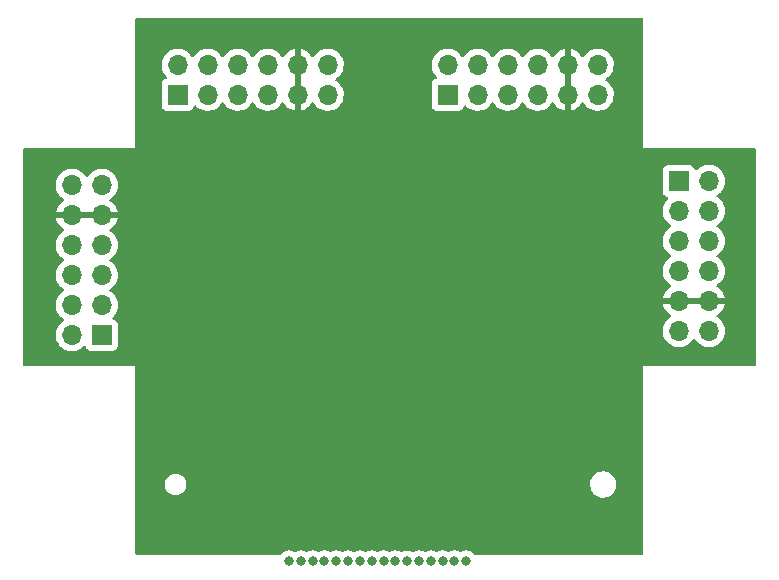
<source format=gbr>
G04 #@! TF.GenerationSoftware,KiCad,Pcbnew,6.0.7-1.fc35*
G04 #@! TF.CreationDate,2022-09-05T19:11:37-05:00*
G04 #@! TF.ProjectId,pmod-adapter,706d6f64-2d61-4646-9170-7465722e6b69,rev?*
G04 #@! TF.SameCoordinates,Original*
G04 #@! TF.FileFunction,Copper,L3,Inr*
G04 #@! TF.FilePolarity,Positive*
%FSLAX46Y46*%
G04 Gerber Fmt 4.6, Leading zero omitted, Abs format (unit mm)*
G04 Created by KiCad (PCBNEW 6.0.7-1.fc35) date 2022-09-05 19:11:37*
%MOMM*%
%LPD*%
G01*
G04 APERTURE LIST*
G04 #@! TA.AperFunction,ComponentPad*
%ADD10R,1.700000X1.700000*%
G04 #@! TD*
G04 #@! TA.AperFunction,ComponentPad*
%ADD11O,1.700000X1.700000*%
G04 #@! TD*
G04 #@! TA.AperFunction,ViaPad*
%ADD12C,0.800000*%
G04 #@! TD*
G04 APERTURE END LIST*
D10*
G04 #@! TO.N,/PIN_N19 N*
G04 #@! TO.C,J1*
X147000000Y-70300000D03*
D11*
G04 #@! TO.N,/PIN_N19 P*
X147000000Y-72840000D03*
G04 #@! TO.N,/PIN_L22 N*
X147000000Y-75380000D03*
G04 #@! TO.N,/PIN_L22 P*
X147000000Y-77920000D03*
G04 #@! TO.N,GND*
X147000000Y-80460000D03*
G04 #@! TO.N,+3.3V*
X147000000Y-83000000D03*
G04 #@! TO.N,/PIN_J24 N*
X149540000Y-70300000D03*
G04 #@! TO.N,/PIN_J24 P*
X149540000Y-72840000D03*
G04 #@! TO.N,/PIN_M24 N*
X149540000Y-75380000D03*
G04 #@! TO.N,/PIN_M24 P*
X149540000Y-77920000D03*
G04 #@! TO.N,GND*
X149540000Y-80460000D03*
G04 #@! TO.N,+3.3V*
X149540000Y-83000000D03*
G04 #@! TD*
D10*
G04 #@! TO.N,/PIN_J26 N*
G04 #@! TO.C,J2*
X127430000Y-63000000D03*
D11*
G04 #@! TO.N,/PIN_J26 P*
X129970000Y-63000000D03*
G04 #@! TO.N,/PIN_J21 N*
X132510000Y-63000000D03*
G04 #@! TO.N,/PIN_J21 P*
X135050000Y-63000000D03*
G04 #@! TO.N,GND*
X137590000Y-63000000D03*
G04 #@! TO.N,+3.3V*
X140130000Y-63000000D03*
G04 #@! TO.N,/PIN_E21 N*
X127430000Y-60460000D03*
G04 #@! TO.N,/PIN_E21 P*
X129970000Y-60460000D03*
G04 #@! TO.N,/PIN_H21 N*
X132510000Y-60460000D03*
G04 #@! TO.N,/PIN_H21 P*
X135050000Y-60460000D03*
G04 #@! TO.N,GND*
X137590000Y-60460000D03*
G04 #@! TO.N,+3.3V*
X140130000Y-60460000D03*
G04 #@! TD*
D10*
G04 #@! TO.N,/PIN_F25 N*
G04 #@! TO.C,J3*
X104570000Y-63000000D03*
D11*
G04 #@! TO.N,/PIN_F25 P*
X107110000Y-63000000D03*
G04 #@! TO.N,/PIN_G25 N*
X109650000Y-63000000D03*
G04 #@! TO.N,/PIN_G25 P*
X112190000Y-63000000D03*
G04 #@! TO.N,GND*
X114730000Y-63000000D03*
G04 #@! TO.N,+3.3V*
X117270000Y-63000000D03*
G04 #@! TO.N,/PIN_E25 N*
X104570000Y-60460000D03*
G04 #@! TO.N,/PIN_E25 P*
X107110000Y-60460000D03*
G04 #@! TO.N,/PIN_G22 N*
X109650000Y-60460000D03*
G04 #@! TO.N,/PIN_G22 P*
X112190000Y-60460000D03*
G04 #@! TO.N,GND*
X114730000Y-60460000D03*
G04 #@! TO.N,+3.3V*
X117270000Y-60460000D03*
G04 #@! TD*
D10*
G04 #@! TO.N,/PIN_A23 N*
G04 #@! TO.C,J4*
X98150000Y-83350000D03*
D11*
G04 #@! TO.N,/PIN_A23 P*
X98150000Y-80810000D03*
G04 #@! TO.N,/PIN_D26 N*
X98150000Y-78270000D03*
G04 #@! TO.N,/PIN_D26 P*
X98150000Y-75730000D03*
G04 #@! TO.N,GND*
X98150000Y-73190000D03*
G04 #@! TO.N,+3.3V*
X98150000Y-70650000D03*
G04 #@! TO.N,/PIN_F22 N*
X95610000Y-83350000D03*
G04 #@! TO.N,/PIN_F22 P*
X95610000Y-80810000D03*
G04 #@! TO.N,/PIN_D23 N*
X95610000Y-78270000D03*
G04 #@! TO.N,/PIN_D23 P*
X95610000Y-75730000D03*
G04 #@! TO.N,GND*
X95610000Y-73190000D03*
G04 #@! TO.N,+3.3V*
X95610000Y-70650000D03*
G04 #@! TD*
D12*
G04 #@! TO.N,GND*
X137500000Y-89000000D03*
X100126928Y-79472519D03*
X136500000Y-89000000D03*
X135500000Y-91000000D03*
X129300000Y-95700000D03*
X125300000Y-95800000D03*
X135500000Y-89000000D03*
X104500000Y-94000000D03*
X138500000Y-89000000D03*
X121300000Y-95800000D03*
X109300000Y-95800000D03*
X108500000Y-65000000D03*
X106900000Y-95900000D03*
X116924500Y-96276944D03*
X131000000Y-65000000D03*
X135500000Y-90000000D03*
X144750000Y-74000000D03*
X112960806Y-95664694D03*
X104500000Y-98000000D03*
G04 #@! TO.N,Net-(J5-Pad61)*
X114000000Y-102500000D03*
G04 #@! TO.N,Net-(J5-Pad59)*
X115000000Y-102500000D03*
G04 #@! TO.N,Net-(J5-Pad57)*
X116000000Y-102500000D03*
G04 #@! TO.N,Net-(J5-Pad55)*
X117000000Y-102500000D03*
G04 #@! TO.N,Net-(J5-Pad51)*
X118000000Y-102500000D03*
G04 #@! TO.N,Net-(J5-Pad49)*
X119000000Y-102500000D03*
G04 #@! TO.N,Net-(J5-Pad47)*
X120000000Y-102500000D03*
G04 #@! TO.N,Net-(J5-Pad45)*
X121000000Y-102500000D03*
G04 #@! TO.N,Net-(J5-Pad41)*
X122000000Y-102500000D03*
G04 #@! TO.N,Net-(J5-Pad39)*
X123000000Y-102500000D03*
G04 #@! TO.N,Net-(J5-Pad37)*
X123999317Y-102519245D03*
G04 #@! TO.N,Net-(J5-Pad35)*
X124998289Y-102486691D03*
G04 #@! TO.N,Net-(J5-Pad31)*
X126000000Y-102500000D03*
G04 #@! TO.N,Net-(J5-Pad29)*
X127000000Y-102500000D03*
G04 #@! TO.N,Net-(J5-Pad27)*
X128000000Y-102500000D03*
G04 #@! TO.N,Net-(J5-Pad25)*
X129000000Y-102500000D03*
G04 #@! TD*
G04 #@! TA.AperFunction,Conductor*
G04 #@! TO.N,GND*
G36*
X143942121Y-56520002D02*
G01*
X143988614Y-56573658D01*
X144000000Y-56626000D01*
X144000000Y-67500000D01*
X153374000Y-67500000D01*
X153442121Y-67520002D01*
X153488614Y-67573658D01*
X153500000Y-67626000D01*
X153500000Y-85874000D01*
X153479998Y-85942121D01*
X153426342Y-85988614D01*
X153374000Y-86000000D01*
X144000000Y-86000000D01*
X144000000Y-101874000D01*
X143979998Y-101942121D01*
X143926342Y-101988614D01*
X143874000Y-102000000D01*
X129828403Y-102000000D01*
X129760282Y-101979998D01*
X129734770Y-101958313D01*
X129611253Y-101821134D01*
X129503571Y-101742898D01*
X129462094Y-101712763D01*
X129462093Y-101712762D01*
X129456752Y-101708882D01*
X129450724Y-101706198D01*
X129450722Y-101706197D01*
X129288319Y-101633891D01*
X129288318Y-101633891D01*
X129282288Y-101631206D01*
X129186027Y-101610745D01*
X129101944Y-101592872D01*
X129101939Y-101592872D01*
X129095487Y-101591500D01*
X128904513Y-101591500D01*
X128898061Y-101592872D01*
X128898056Y-101592872D01*
X128813973Y-101610745D01*
X128717712Y-101631206D01*
X128551248Y-101705320D01*
X128480882Y-101714754D01*
X128448753Y-101705320D01*
X128282288Y-101631206D01*
X128186027Y-101610745D01*
X128101944Y-101592872D01*
X128101939Y-101592872D01*
X128095487Y-101591500D01*
X127904513Y-101591500D01*
X127898061Y-101592872D01*
X127898056Y-101592872D01*
X127813973Y-101610745D01*
X127717712Y-101631206D01*
X127551248Y-101705320D01*
X127480882Y-101714754D01*
X127448753Y-101705320D01*
X127282288Y-101631206D01*
X127186027Y-101610745D01*
X127101944Y-101592872D01*
X127101939Y-101592872D01*
X127095487Y-101591500D01*
X126904513Y-101591500D01*
X126898061Y-101592872D01*
X126898056Y-101592872D01*
X126813973Y-101610745D01*
X126717712Y-101631206D01*
X126551248Y-101705320D01*
X126480882Y-101714754D01*
X126448753Y-101705320D01*
X126282288Y-101631206D01*
X126186027Y-101610745D01*
X126101944Y-101592872D01*
X126101939Y-101592872D01*
X126095487Y-101591500D01*
X125904513Y-101591500D01*
X125898061Y-101592872D01*
X125898056Y-101592872D01*
X125813973Y-101610745D01*
X125717712Y-101631206D01*
X125579172Y-101692888D01*
X125564332Y-101699495D01*
X125493965Y-101708929D01*
X125455165Y-101695293D01*
X125455041Y-101695573D01*
X125409615Y-101675348D01*
X125286608Y-101620582D01*
X125286607Y-101620582D01*
X125280577Y-101617897D01*
X125187176Y-101598044D01*
X125100233Y-101579563D01*
X125100228Y-101579563D01*
X125093776Y-101578191D01*
X124902802Y-101578191D01*
X124896350Y-101579563D01*
X124896345Y-101579563D01*
X124809402Y-101598044D01*
X124716001Y-101617897D01*
X124709971Y-101620582D01*
X124709970Y-101620582D01*
X124547567Y-101692888D01*
X124547565Y-101692889D01*
X124541537Y-101695573D01*
X124536196Y-101699454D01*
X124530478Y-101702755D01*
X124529173Y-101700496D01*
X124473305Y-101720449D01*
X124414825Y-101709764D01*
X124281605Y-101650451D01*
X124184610Y-101629834D01*
X124101261Y-101612117D01*
X124101256Y-101612117D01*
X124094804Y-101610745D01*
X123903830Y-101610745D01*
X123897378Y-101612117D01*
X123897373Y-101612117D01*
X123814024Y-101629834D01*
X123717029Y-101650451D01*
X123572602Y-101714754D01*
X123570805Y-101715554D01*
X123500438Y-101724988D01*
X123458756Y-101710338D01*
X123456752Y-101708882D01*
X123450724Y-101706198D01*
X123450722Y-101706197D01*
X123288319Y-101633891D01*
X123288318Y-101633891D01*
X123282288Y-101631206D01*
X123186027Y-101610745D01*
X123101944Y-101592872D01*
X123101939Y-101592872D01*
X123095487Y-101591500D01*
X122904513Y-101591500D01*
X122898061Y-101592872D01*
X122898056Y-101592872D01*
X122813973Y-101610745D01*
X122717712Y-101631206D01*
X122551248Y-101705320D01*
X122480882Y-101714754D01*
X122448753Y-101705320D01*
X122282288Y-101631206D01*
X122186027Y-101610745D01*
X122101944Y-101592872D01*
X122101939Y-101592872D01*
X122095487Y-101591500D01*
X121904513Y-101591500D01*
X121898061Y-101592872D01*
X121898056Y-101592872D01*
X121813973Y-101610745D01*
X121717712Y-101631206D01*
X121551248Y-101705320D01*
X121480882Y-101714754D01*
X121448753Y-101705320D01*
X121282288Y-101631206D01*
X121186027Y-101610745D01*
X121101944Y-101592872D01*
X121101939Y-101592872D01*
X121095487Y-101591500D01*
X120904513Y-101591500D01*
X120898061Y-101592872D01*
X120898056Y-101592872D01*
X120813973Y-101610745D01*
X120717712Y-101631206D01*
X120551248Y-101705320D01*
X120480882Y-101714754D01*
X120448753Y-101705320D01*
X120282288Y-101631206D01*
X120186027Y-101610745D01*
X120101944Y-101592872D01*
X120101939Y-101592872D01*
X120095487Y-101591500D01*
X119904513Y-101591500D01*
X119898061Y-101592872D01*
X119898056Y-101592872D01*
X119813973Y-101610745D01*
X119717712Y-101631206D01*
X119551248Y-101705320D01*
X119480882Y-101714754D01*
X119448753Y-101705320D01*
X119282288Y-101631206D01*
X119186027Y-101610745D01*
X119101944Y-101592872D01*
X119101939Y-101592872D01*
X119095487Y-101591500D01*
X118904513Y-101591500D01*
X118898061Y-101592872D01*
X118898056Y-101592872D01*
X118813973Y-101610745D01*
X118717712Y-101631206D01*
X118551248Y-101705320D01*
X118480882Y-101714754D01*
X118448753Y-101705320D01*
X118282288Y-101631206D01*
X118186027Y-101610745D01*
X118101944Y-101592872D01*
X118101939Y-101592872D01*
X118095487Y-101591500D01*
X117904513Y-101591500D01*
X117898061Y-101592872D01*
X117898056Y-101592872D01*
X117813973Y-101610745D01*
X117717712Y-101631206D01*
X117551248Y-101705320D01*
X117480882Y-101714754D01*
X117448753Y-101705320D01*
X117282288Y-101631206D01*
X117186027Y-101610745D01*
X117101944Y-101592872D01*
X117101939Y-101592872D01*
X117095487Y-101591500D01*
X116904513Y-101591500D01*
X116898061Y-101592872D01*
X116898056Y-101592872D01*
X116813973Y-101610745D01*
X116717712Y-101631206D01*
X116551248Y-101705320D01*
X116480882Y-101714754D01*
X116448753Y-101705320D01*
X116282288Y-101631206D01*
X116186027Y-101610745D01*
X116101944Y-101592872D01*
X116101939Y-101592872D01*
X116095487Y-101591500D01*
X115904513Y-101591500D01*
X115898061Y-101592872D01*
X115898056Y-101592872D01*
X115813973Y-101610745D01*
X115717712Y-101631206D01*
X115551248Y-101705320D01*
X115480882Y-101714754D01*
X115448753Y-101705320D01*
X115282288Y-101631206D01*
X115186027Y-101610745D01*
X115101944Y-101592872D01*
X115101939Y-101592872D01*
X115095487Y-101591500D01*
X114904513Y-101591500D01*
X114898061Y-101592872D01*
X114898056Y-101592872D01*
X114813973Y-101610745D01*
X114717712Y-101631206D01*
X114551248Y-101705320D01*
X114480882Y-101714754D01*
X114448753Y-101705320D01*
X114282288Y-101631206D01*
X114186027Y-101610745D01*
X114101944Y-101592872D01*
X114101939Y-101592872D01*
X114095487Y-101591500D01*
X113904513Y-101591500D01*
X113898061Y-101592872D01*
X113898056Y-101592872D01*
X113813973Y-101610745D01*
X113717712Y-101631206D01*
X113711682Y-101633891D01*
X113711681Y-101633891D01*
X113549278Y-101706197D01*
X113549276Y-101706198D01*
X113543248Y-101708882D01*
X113537907Y-101712762D01*
X113537906Y-101712763D01*
X113496429Y-101742898D01*
X113388747Y-101821134D01*
X113265232Y-101958312D01*
X113204787Y-101995550D01*
X113171597Y-102000000D01*
X101126000Y-102000000D01*
X101057879Y-101979998D01*
X101011386Y-101926342D01*
X101000000Y-101874000D01*
X101000000Y-96095487D01*
X103491500Y-96095487D01*
X103492872Y-96101939D01*
X103492872Y-96101944D01*
X103505792Y-96162725D01*
X103531206Y-96282288D01*
X103533891Y-96288318D01*
X103533891Y-96288319D01*
X103566934Y-96362534D01*
X103608882Y-96456752D01*
X103721134Y-96611253D01*
X103863056Y-96739040D01*
X104028444Y-96834527D01*
X104210072Y-96893542D01*
X104216633Y-96894232D01*
X104216635Y-96894232D01*
X104269889Y-96899829D01*
X104352390Y-96908500D01*
X104447610Y-96908500D01*
X104530111Y-96899829D01*
X104583365Y-96894232D01*
X104583367Y-96894232D01*
X104589928Y-96893542D01*
X104771556Y-96834527D01*
X104936944Y-96739040D01*
X105078866Y-96611253D01*
X105191118Y-96456752D01*
X105233067Y-96362534D01*
X105266109Y-96288319D01*
X105266109Y-96288318D01*
X105268794Y-96282288D01*
X105294208Y-96162725D01*
X105307128Y-96101944D01*
X105307128Y-96101939D01*
X105308500Y-96095487D01*
X105308500Y-95945604D01*
X139487787Y-95945604D01*
X139497567Y-96156899D01*
X139498971Y-96162724D01*
X139498971Y-96162725D01*
X139526230Y-96275831D01*
X139547125Y-96362534D01*
X139549607Y-96367992D01*
X139549608Y-96367996D01*
X139592392Y-96462094D01*
X139634674Y-96555087D01*
X139757054Y-96727611D01*
X139909850Y-96873881D01*
X140087548Y-96988620D01*
X140093114Y-96990863D01*
X140278168Y-97065442D01*
X140278171Y-97065443D01*
X140283737Y-97067686D01*
X140491337Y-97108228D01*
X140496899Y-97108500D01*
X140652846Y-97108500D01*
X140810566Y-97093452D01*
X141013534Y-97033908D01*
X141097111Y-96990863D01*
X141196249Y-96939804D01*
X141196252Y-96939802D01*
X141201580Y-96937058D01*
X141367920Y-96806396D01*
X141371852Y-96801865D01*
X141371855Y-96801862D01*
X141502621Y-96651167D01*
X141506552Y-96646637D01*
X141509552Y-96641451D01*
X141509555Y-96641447D01*
X141609467Y-96468742D01*
X141612473Y-96463546D01*
X141681861Y-96263729D01*
X141706255Y-96095487D01*
X141711352Y-96060336D01*
X141711352Y-96060333D01*
X141712213Y-96054396D01*
X141702433Y-95843101D01*
X141652875Y-95637466D01*
X141610037Y-95543248D01*
X141567806Y-95450368D01*
X141565326Y-95444913D01*
X141442946Y-95272389D01*
X141290150Y-95126119D01*
X141112452Y-95011380D01*
X141052354Y-94987160D01*
X140921832Y-94934558D01*
X140921829Y-94934557D01*
X140916263Y-94932314D01*
X140708663Y-94891772D01*
X140703101Y-94891500D01*
X140547154Y-94891500D01*
X140389434Y-94906548D01*
X140186466Y-94966092D01*
X140181139Y-94968836D01*
X140181138Y-94968836D01*
X140003751Y-95060196D01*
X140003748Y-95060198D01*
X139998420Y-95062942D01*
X139832080Y-95193604D01*
X139828148Y-95198135D01*
X139828145Y-95198138D01*
X139759474Y-95277275D01*
X139693448Y-95353363D01*
X139690448Y-95358549D01*
X139690445Y-95358553D01*
X139643312Y-95440026D01*
X139587527Y-95536454D01*
X139518139Y-95736271D01*
X139517278Y-95742206D01*
X139517278Y-95742208D01*
X139492788Y-95911116D01*
X139487787Y-95945604D01*
X105308500Y-95945604D01*
X105308500Y-95904513D01*
X105295447Y-95843101D01*
X105288647Y-95811112D01*
X105268794Y-95717712D01*
X105266109Y-95711681D01*
X105193803Y-95549278D01*
X105193802Y-95549276D01*
X105191118Y-95543248D01*
X105078866Y-95388747D01*
X104936944Y-95260960D01*
X104771556Y-95165473D01*
X104589928Y-95106458D01*
X104583367Y-95105768D01*
X104583365Y-95105768D01*
X104530111Y-95100171D01*
X104447610Y-95091500D01*
X104352390Y-95091500D01*
X104269889Y-95100171D01*
X104216635Y-95105768D01*
X104216633Y-95105768D01*
X104210072Y-95106458D01*
X104028444Y-95165473D01*
X103863056Y-95260960D01*
X103721134Y-95388747D01*
X103608882Y-95543248D01*
X103606198Y-95549276D01*
X103606197Y-95549278D01*
X103533891Y-95711681D01*
X103531206Y-95717712D01*
X103511353Y-95811112D01*
X103504554Y-95843101D01*
X103491500Y-95904513D01*
X103491500Y-96095487D01*
X101000000Y-96095487D01*
X101000000Y-86000000D01*
X91626000Y-86000000D01*
X91557879Y-85979998D01*
X91511386Y-85926342D01*
X91500000Y-85874000D01*
X91500000Y-83316695D01*
X94247251Y-83316695D01*
X94247548Y-83321848D01*
X94247548Y-83321851D01*
X94258192Y-83506453D01*
X94260110Y-83539715D01*
X94261247Y-83544761D01*
X94261248Y-83544767D01*
X94275911Y-83609829D01*
X94309222Y-83757639D01*
X94393266Y-83964616D01*
X94398979Y-83973938D01*
X94488021Y-84119242D01*
X94509987Y-84155088D01*
X94656250Y-84323938D01*
X94828126Y-84466632D01*
X95021000Y-84579338D01*
X95229692Y-84659030D01*
X95234760Y-84660061D01*
X95234763Y-84660062D01*
X95342017Y-84681883D01*
X95448597Y-84703567D01*
X95453772Y-84703757D01*
X95453774Y-84703757D01*
X95666673Y-84711564D01*
X95666677Y-84711564D01*
X95671837Y-84711753D01*
X95676957Y-84711097D01*
X95676959Y-84711097D01*
X95888288Y-84684025D01*
X95888289Y-84684025D01*
X95893416Y-84683368D01*
X95898366Y-84681883D01*
X96102429Y-84620661D01*
X96102434Y-84620659D01*
X96107384Y-84619174D01*
X96307994Y-84520896D01*
X96489860Y-84391173D01*
X96598091Y-84283319D01*
X96660462Y-84249404D01*
X96731268Y-84254592D01*
X96788030Y-84297238D01*
X96805012Y-84328341D01*
X96849385Y-84446705D01*
X96936739Y-84563261D01*
X97053295Y-84650615D01*
X97189684Y-84701745D01*
X97251866Y-84708500D01*
X99048134Y-84708500D01*
X99110316Y-84701745D01*
X99246705Y-84650615D01*
X99363261Y-84563261D01*
X99450615Y-84446705D01*
X99501745Y-84310316D01*
X99508500Y-84248134D01*
X99508500Y-82966695D01*
X145637251Y-82966695D01*
X145637548Y-82971848D01*
X145637548Y-82971851D01*
X145643011Y-83066590D01*
X145650110Y-83189715D01*
X145651247Y-83194761D01*
X145651248Y-83194767D01*
X145671119Y-83282939D01*
X145699222Y-83407639D01*
X145783266Y-83614616D01*
X145834019Y-83697438D01*
X145897291Y-83800688D01*
X145899987Y-83805088D01*
X146046250Y-83973938D01*
X146218126Y-84116632D01*
X146411000Y-84229338D01*
X146415825Y-84231180D01*
X146415826Y-84231181D01*
X146477133Y-84254592D01*
X146619692Y-84309030D01*
X146624760Y-84310061D01*
X146624763Y-84310062D01*
X146709196Y-84327240D01*
X146838597Y-84353567D01*
X146843772Y-84353757D01*
X146843774Y-84353757D01*
X147056673Y-84361564D01*
X147056677Y-84361564D01*
X147061837Y-84361753D01*
X147066957Y-84361097D01*
X147066959Y-84361097D01*
X147278288Y-84334025D01*
X147278289Y-84334025D01*
X147283416Y-84333368D01*
X147314848Y-84323938D01*
X147492429Y-84270661D01*
X147492434Y-84270659D01*
X147497384Y-84269174D01*
X147697994Y-84170896D01*
X147879860Y-84041173D01*
X148038096Y-83883489D01*
X148097594Y-83800689D01*
X148168453Y-83702077D01*
X148169776Y-83703028D01*
X148216645Y-83659857D01*
X148286580Y-83647625D01*
X148352026Y-83675144D01*
X148379875Y-83706994D01*
X148439987Y-83805088D01*
X148586250Y-83973938D01*
X148758126Y-84116632D01*
X148951000Y-84229338D01*
X148955825Y-84231180D01*
X148955826Y-84231181D01*
X149017133Y-84254592D01*
X149159692Y-84309030D01*
X149164760Y-84310061D01*
X149164763Y-84310062D01*
X149249196Y-84327240D01*
X149378597Y-84353567D01*
X149383772Y-84353757D01*
X149383774Y-84353757D01*
X149596673Y-84361564D01*
X149596677Y-84361564D01*
X149601837Y-84361753D01*
X149606957Y-84361097D01*
X149606959Y-84361097D01*
X149818288Y-84334025D01*
X149818289Y-84334025D01*
X149823416Y-84333368D01*
X149854848Y-84323938D01*
X150032429Y-84270661D01*
X150032434Y-84270659D01*
X150037384Y-84269174D01*
X150237994Y-84170896D01*
X150419860Y-84041173D01*
X150578096Y-83883489D01*
X150637594Y-83800689D01*
X150705435Y-83706277D01*
X150708453Y-83702077D01*
X150729320Y-83659857D01*
X150805136Y-83506453D01*
X150805137Y-83506451D01*
X150807430Y-83501811D01*
X150872370Y-83288069D01*
X150901529Y-83066590D01*
X150903156Y-83000000D01*
X150884852Y-82777361D01*
X150830431Y-82560702D01*
X150741354Y-82355840D01*
X150652052Y-82217800D01*
X150622822Y-82172617D01*
X150622820Y-82172614D01*
X150620014Y-82168277D01*
X150469670Y-82003051D01*
X150465619Y-81999852D01*
X150465615Y-81999848D01*
X150298414Y-81867800D01*
X150298410Y-81867798D01*
X150294359Y-81864598D01*
X150252569Y-81841529D01*
X150202598Y-81791097D01*
X150187826Y-81721654D01*
X150212942Y-81655248D01*
X150240294Y-81628641D01*
X150415328Y-81503792D01*
X150423200Y-81497139D01*
X150574052Y-81346812D01*
X150580730Y-81338965D01*
X150705003Y-81166020D01*
X150710313Y-81157183D01*
X150804670Y-80966267D01*
X150808469Y-80956672D01*
X150870377Y-80752910D01*
X150872555Y-80742837D01*
X150873986Y-80731962D01*
X150871775Y-80717778D01*
X150858617Y-80714000D01*
X145683225Y-80714000D01*
X145669694Y-80717973D01*
X145668257Y-80727966D01*
X145698565Y-80862446D01*
X145701645Y-80872275D01*
X145781770Y-81069603D01*
X145786413Y-81078794D01*
X145897694Y-81260388D01*
X145903777Y-81268699D01*
X146043213Y-81429667D01*
X146050580Y-81436883D01*
X146214434Y-81572916D01*
X146222881Y-81578831D01*
X146291969Y-81619203D01*
X146340693Y-81670842D01*
X146353764Y-81740625D01*
X146327033Y-81806396D01*
X146286584Y-81839752D01*
X146273607Y-81846507D01*
X146269474Y-81849610D01*
X146269471Y-81849612D01*
X146171292Y-81923327D01*
X146094965Y-81980635D01*
X146071188Y-82005516D01*
X145950931Y-82131358D01*
X145940629Y-82142138D01*
X145937720Y-82146403D01*
X145937714Y-82146411D01*
X145925404Y-82164457D01*
X145814743Y-82326680D01*
X145788932Y-82382285D01*
X145762995Y-82438163D01*
X145720688Y-82529305D01*
X145660989Y-82744570D01*
X145637251Y-82966695D01*
X99508500Y-82966695D01*
X99508500Y-82451866D01*
X99501745Y-82389684D01*
X99450615Y-82253295D01*
X99363261Y-82136739D01*
X99246705Y-82049385D01*
X99219905Y-82039338D01*
X99128203Y-82004960D01*
X99071439Y-81962318D01*
X99046739Y-81895756D01*
X99061947Y-81826408D01*
X99083493Y-81797727D01*
X99184435Y-81697137D01*
X99188096Y-81693489D01*
X99204370Y-81670842D01*
X99315435Y-81516277D01*
X99318453Y-81512077D01*
X99339320Y-81469857D01*
X99415136Y-81316453D01*
X99415137Y-81316451D01*
X99417430Y-81311811D01*
X99464410Y-81157183D01*
X99480865Y-81103023D01*
X99480865Y-81103021D01*
X99482370Y-81098069D01*
X99511529Y-80876590D01*
X99511611Y-80873240D01*
X99513074Y-80813365D01*
X99513074Y-80813361D01*
X99513156Y-80810000D01*
X99494852Y-80587361D01*
X99440431Y-80370702D01*
X99351354Y-80165840D01*
X99260807Y-80025875D01*
X99232822Y-79982617D01*
X99232820Y-79982614D01*
X99230014Y-79978277D01*
X99079670Y-79813051D01*
X99075619Y-79809852D01*
X99075615Y-79809848D01*
X98908414Y-79677800D01*
X98908410Y-79677798D01*
X98904359Y-79674598D01*
X98863053Y-79651796D01*
X98813084Y-79601364D01*
X98798312Y-79531921D01*
X98823428Y-79465516D01*
X98850780Y-79438909D01*
X98894603Y-79407650D01*
X99029860Y-79311173D01*
X99188096Y-79153489D01*
X99247594Y-79070689D01*
X99315435Y-78976277D01*
X99318453Y-78972077D01*
X99322361Y-78964171D01*
X99415136Y-78776453D01*
X99415137Y-78776451D01*
X99417430Y-78771811D01*
X99482370Y-78558069D01*
X99511529Y-78336590D01*
X99513156Y-78270000D01*
X99494852Y-78047361D01*
X99454495Y-77886695D01*
X145637251Y-77886695D01*
X145637548Y-77891848D01*
X145637548Y-77891851D01*
X145643011Y-77986590D01*
X145650110Y-78109715D01*
X145651247Y-78114761D01*
X145651248Y-78114767D01*
X145671119Y-78202939D01*
X145699222Y-78327639D01*
X145783266Y-78534616D01*
X145834019Y-78617438D01*
X145897291Y-78720688D01*
X145899987Y-78725088D01*
X146046250Y-78893938D01*
X146218126Y-79036632D01*
X146276406Y-79070688D01*
X146291955Y-79079774D01*
X146340679Y-79131412D01*
X146353750Y-79201195D01*
X146327019Y-79266967D01*
X146286562Y-79300327D01*
X146278457Y-79304546D01*
X146269738Y-79310036D01*
X146099433Y-79437905D01*
X146091726Y-79444748D01*
X145944590Y-79598717D01*
X145938104Y-79606727D01*
X145818098Y-79782649D01*
X145813000Y-79791623D01*
X145723338Y-79984783D01*
X145719775Y-79994470D01*
X145664389Y-80194183D01*
X145665912Y-80202607D01*
X145678292Y-80206000D01*
X150858344Y-80206000D01*
X150871875Y-80202027D01*
X150873180Y-80192947D01*
X150831214Y-80025875D01*
X150827894Y-80016124D01*
X150742972Y-79820814D01*
X150738105Y-79811739D01*
X150622426Y-79632926D01*
X150616136Y-79624757D01*
X150472806Y-79467240D01*
X150465273Y-79460215D01*
X150298139Y-79328222D01*
X150289556Y-79322520D01*
X150252602Y-79302120D01*
X150202631Y-79251687D01*
X150187859Y-79182245D01*
X150212975Y-79115839D01*
X150240327Y-79089232D01*
X150266325Y-79070688D01*
X150419860Y-78961173D01*
X150463561Y-78917625D01*
X150574435Y-78807137D01*
X150578096Y-78803489D01*
X150637594Y-78720689D01*
X150705435Y-78626277D01*
X150708453Y-78622077D01*
X150729320Y-78579857D01*
X150805136Y-78426453D01*
X150805137Y-78426451D01*
X150807430Y-78421811D01*
X150839900Y-78314940D01*
X150870865Y-78213023D01*
X150870865Y-78213021D01*
X150872370Y-78208069D01*
X150901529Y-77986590D01*
X150903156Y-77920000D01*
X150884852Y-77697361D01*
X150830431Y-77480702D01*
X150741354Y-77275840D01*
X150652052Y-77137800D01*
X150622822Y-77092617D01*
X150622820Y-77092614D01*
X150620014Y-77088277D01*
X150469670Y-76923051D01*
X150465619Y-76919852D01*
X150465615Y-76919848D01*
X150298414Y-76787800D01*
X150298410Y-76787798D01*
X150294359Y-76784598D01*
X150253053Y-76761796D01*
X150203084Y-76711364D01*
X150188312Y-76641921D01*
X150213428Y-76575516D01*
X150240780Y-76548909D01*
X150284603Y-76517650D01*
X150419860Y-76421173D01*
X150463561Y-76377625D01*
X150574435Y-76267137D01*
X150578096Y-76263489D01*
X150637594Y-76180689D01*
X150705435Y-76086277D01*
X150708453Y-76082077D01*
X150729320Y-76039857D01*
X150805136Y-75886453D01*
X150805137Y-75886451D01*
X150807430Y-75881811D01*
X150839900Y-75774940D01*
X150870865Y-75673023D01*
X150870865Y-75673021D01*
X150872370Y-75668069D01*
X150901529Y-75446590D01*
X150903156Y-75380000D01*
X150884852Y-75157361D01*
X150830431Y-74940702D01*
X150741354Y-74735840D01*
X150652052Y-74597800D01*
X150622822Y-74552617D01*
X150622820Y-74552614D01*
X150620014Y-74548277D01*
X150469670Y-74383051D01*
X150465619Y-74379852D01*
X150465615Y-74379848D01*
X150298414Y-74247800D01*
X150298410Y-74247798D01*
X150294359Y-74244598D01*
X150253053Y-74221796D01*
X150203084Y-74171364D01*
X150188312Y-74101921D01*
X150213428Y-74035516D01*
X150240780Y-74008909D01*
X150284603Y-73977650D01*
X150419860Y-73881173D01*
X150436896Y-73864197D01*
X150574435Y-73727137D01*
X150578096Y-73723489D01*
X150637594Y-73640689D01*
X150705435Y-73546277D01*
X150708453Y-73542077D01*
X150729320Y-73499857D01*
X150805136Y-73346453D01*
X150805137Y-73346451D01*
X150807430Y-73341811D01*
X150872370Y-73128069D01*
X150901529Y-72906590D01*
X150903156Y-72840000D01*
X150884852Y-72617361D01*
X150830431Y-72400702D01*
X150741354Y-72195840D01*
X150620014Y-72008277D01*
X150469670Y-71843051D01*
X150465619Y-71839852D01*
X150465615Y-71839848D01*
X150298414Y-71707800D01*
X150298410Y-71707798D01*
X150294359Y-71704598D01*
X150253053Y-71681796D01*
X150203084Y-71631364D01*
X150188312Y-71561921D01*
X150213428Y-71495516D01*
X150240780Y-71468909D01*
X150284603Y-71437650D01*
X150419860Y-71341173D01*
X150463561Y-71297625D01*
X150563616Y-71197918D01*
X150578096Y-71183489D01*
X150708453Y-71002077D01*
X150807430Y-70801811D01*
X150839900Y-70694940D01*
X150870865Y-70593023D01*
X150870865Y-70593021D01*
X150872370Y-70588069D01*
X150901529Y-70366590D01*
X150903156Y-70300000D01*
X150884852Y-70077361D01*
X150830431Y-69860702D01*
X150741354Y-69655840D01*
X150652052Y-69517800D01*
X150622822Y-69472617D01*
X150622820Y-69472614D01*
X150620014Y-69468277D01*
X150469670Y-69303051D01*
X150465619Y-69299852D01*
X150465615Y-69299848D01*
X150298414Y-69167800D01*
X150298410Y-69167798D01*
X150294359Y-69164598D01*
X150098789Y-69056638D01*
X150093920Y-69054914D01*
X150093916Y-69054912D01*
X149893087Y-68983795D01*
X149893083Y-68983794D01*
X149888212Y-68982069D01*
X149883119Y-68981162D01*
X149883116Y-68981161D01*
X149673373Y-68943800D01*
X149673367Y-68943799D01*
X149668284Y-68942894D01*
X149594452Y-68941992D01*
X149450081Y-68940228D01*
X149450079Y-68940228D01*
X149444911Y-68940165D01*
X149224091Y-68973955D01*
X149011756Y-69043357D01*
X148813607Y-69146507D01*
X148809474Y-69149610D01*
X148809471Y-69149612D01*
X148639100Y-69277530D01*
X148634965Y-69280635D01*
X148578537Y-69339684D01*
X148554283Y-69365064D01*
X148492759Y-69400494D01*
X148421846Y-69397037D01*
X148364060Y-69355791D01*
X148345207Y-69322243D01*
X148303767Y-69211703D01*
X148300615Y-69203295D01*
X148213261Y-69086739D01*
X148096705Y-68999385D01*
X147960316Y-68948255D01*
X147898134Y-68941500D01*
X146101866Y-68941500D01*
X146039684Y-68948255D01*
X145903295Y-68999385D01*
X145786739Y-69086739D01*
X145699385Y-69203295D01*
X145648255Y-69339684D01*
X145641500Y-69401866D01*
X145641500Y-71198134D01*
X145648255Y-71260316D01*
X145699385Y-71396705D01*
X145786739Y-71513261D01*
X145903295Y-71600615D01*
X145911704Y-71603767D01*
X145911705Y-71603768D01*
X146020451Y-71644535D01*
X146077216Y-71687176D01*
X146101916Y-71753738D01*
X146086709Y-71823087D01*
X146067316Y-71849568D01*
X145962712Y-71959030D01*
X145940629Y-71982138D01*
X145937720Y-71986403D01*
X145937714Y-71986411D01*
X145904879Y-72034546D01*
X145814743Y-72166680D01*
X145720688Y-72369305D01*
X145660989Y-72584570D01*
X145637251Y-72806695D01*
X145637548Y-72811848D01*
X145637548Y-72811851D01*
X145649812Y-73024547D01*
X145650110Y-73029715D01*
X145651247Y-73034761D01*
X145651248Y-73034767D01*
X145671119Y-73122939D01*
X145699222Y-73247639D01*
X145737461Y-73341811D01*
X145780569Y-73447973D01*
X145783266Y-73454616D01*
X145834019Y-73537438D01*
X145897291Y-73640688D01*
X145899987Y-73645088D01*
X146046250Y-73813938D01*
X146218126Y-73956632D01*
X146275884Y-73990383D01*
X146291445Y-73999476D01*
X146340169Y-74051114D01*
X146353240Y-74120897D01*
X146326509Y-74186669D01*
X146286055Y-74220027D01*
X146273607Y-74226507D01*
X146269474Y-74229610D01*
X146269471Y-74229612D01*
X146110191Y-74349203D01*
X146094965Y-74360635D01*
X145940629Y-74522138D01*
X145937720Y-74526403D01*
X145937714Y-74526411D01*
X145903541Y-74576507D01*
X145814743Y-74706680D01*
X145799003Y-74740590D01*
X145735961Y-74876403D01*
X145720688Y-74909305D01*
X145660989Y-75124570D01*
X145637251Y-75346695D01*
X145637548Y-75351848D01*
X145637548Y-75351851D01*
X145643011Y-75446590D01*
X145650110Y-75569715D01*
X145651247Y-75574761D01*
X145651248Y-75574767D01*
X145671119Y-75662939D01*
X145699222Y-75787639D01*
X145783266Y-75994616D01*
X145834019Y-76077438D01*
X145897291Y-76180688D01*
X145899987Y-76185088D01*
X146046250Y-76353938D01*
X146218126Y-76496632D01*
X146276406Y-76530688D01*
X146291445Y-76539476D01*
X146340169Y-76591114D01*
X146353240Y-76660897D01*
X146326509Y-76726669D01*
X146286055Y-76760027D01*
X146273607Y-76766507D01*
X146269474Y-76769610D01*
X146269471Y-76769612D01*
X146245247Y-76787800D01*
X146094965Y-76900635D01*
X146091393Y-76904373D01*
X146000828Y-76999144D01*
X145940629Y-77062138D01*
X145937720Y-77066403D01*
X145937714Y-77066411D01*
X145925404Y-77084457D01*
X145814743Y-77246680D01*
X145799003Y-77280590D01*
X145735961Y-77416403D01*
X145720688Y-77449305D01*
X145660989Y-77664570D01*
X145637251Y-77886695D01*
X99454495Y-77886695D01*
X99440431Y-77830702D01*
X99351354Y-77625840D01*
X99257460Y-77480702D01*
X99232822Y-77442617D01*
X99232820Y-77442614D01*
X99230014Y-77438277D01*
X99079670Y-77273051D01*
X99075619Y-77269852D01*
X99075615Y-77269848D01*
X98908414Y-77137800D01*
X98908410Y-77137798D01*
X98904359Y-77134598D01*
X98863053Y-77111796D01*
X98813084Y-77061364D01*
X98798312Y-76991921D01*
X98823428Y-76925516D01*
X98850780Y-76898909D01*
X98894603Y-76867650D01*
X99029860Y-76771173D01*
X99034543Y-76766507D01*
X99184435Y-76617137D01*
X99188096Y-76613489D01*
X99241280Y-76539476D01*
X99315435Y-76436277D01*
X99318453Y-76432077D01*
X99322361Y-76424171D01*
X99415136Y-76236453D01*
X99415137Y-76236451D01*
X99417430Y-76231811D01*
X99482370Y-76018069D01*
X99511529Y-75796590D01*
X99513156Y-75730000D01*
X99494852Y-75507361D01*
X99440431Y-75290702D01*
X99351354Y-75085840D01*
X99257460Y-74940702D01*
X99232822Y-74902617D01*
X99232820Y-74902614D01*
X99230014Y-74898277D01*
X99079670Y-74733051D01*
X99075619Y-74729852D01*
X99075615Y-74729848D01*
X98908414Y-74597800D01*
X98908410Y-74597798D01*
X98904359Y-74594598D01*
X98862569Y-74571529D01*
X98812598Y-74521097D01*
X98797826Y-74451654D01*
X98822942Y-74385248D01*
X98850294Y-74358641D01*
X99025328Y-74233792D01*
X99033200Y-74227139D01*
X99184052Y-74076812D01*
X99190730Y-74068965D01*
X99315003Y-73896020D01*
X99320313Y-73887183D01*
X99414670Y-73696267D01*
X99418469Y-73686672D01*
X99480377Y-73482910D01*
X99482555Y-73472837D01*
X99483986Y-73461962D01*
X99481775Y-73447778D01*
X99468617Y-73444000D01*
X94293225Y-73444000D01*
X94279694Y-73447973D01*
X94278257Y-73457966D01*
X94308565Y-73592446D01*
X94311645Y-73602275D01*
X94391770Y-73799603D01*
X94396413Y-73808794D01*
X94507694Y-73990388D01*
X94513777Y-73998699D01*
X94653213Y-74159667D01*
X94660580Y-74166883D01*
X94824434Y-74302916D01*
X94832881Y-74308831D01*
X94901969Y-74349203D01*
X94950693Y-74400842D01*
X94963764Y-74470625D01*
X94937033Y-74536396D01*
X94896584Y-74569752D01*
X94883607Y-74576507D01*
X94879474Y-74579610D01*
X94879471Y-74579612D01*
X94709100Y-74707530D01*
X94704965Y-74710635D01*
X94550629Y-74872138D01*
X94424743Y-75056680D01*
X94330688Y-75259305D01*
X94270989Y-75474570D01*
X94247251Y-75696695D01*
X94247548Y-75701848D01*
X94247548Y-75701851D01*
X94258192Y-75886453D01*
X94260110Y-75919715D01*
X94261247Y-75924761D01*
X94261248Y-75924767D01*
X94275911Y-75989829D01*
X94309222Y-76137639D01*
X94393266Y-76344616D01*
X94437947Y-76417529D01*
X94507291Y-76530688D01*
X94509987Y-76535088D01*
X94656250Y-76703938D01*
X94828126Y-76846632D01*
X94898595Y-76887811D01*
X94901445Y-76889476D01*
X94950169Y-76941114D01*
X94963240Y-77010897D01*
X94936509Y-77076669D01*
X94896055Y-77110027D01*
X94883607Y-77116507D01*
X94879474Y-77119610D01*
X94879471Y-77119612D01*
X94709100Y-77247530D01*
X94704965Y-77250635D01*
X94550629Y-77412138D01*
X94424743Y-77596680D01*
X94330688Y-77799305D01*
X94270989Y-78014570D01*
X94247251Y-78236695D01*
X94247548Y-78241848D01*
X94247548Y-78241851D01*
X94258192Y-78426453D01*
X94260110Y-78459715D01*
X94261247Y-78464761D01*
X94261248Y-78464767D01*
X94275911Y-78529829D01*
X94309222Y-78677639D01*
X94393266Y-78884616D01*
X94437947Y-78957529D01*
X94507291Y-79070688D01*
X94509987Y-79075088D01*
X94656250Y-79243938D01*
X94828126Y-79386632D01*
X94898595Y-79427811D01*
X94901445Y-79429476D01*
X94950169Y-79481114D01*
X94963240Y-79550897D01*
X94936509Y-79616669D01*
X94896055Y-79650027D01*
X94883607Y-79656507D01*
X94879474Y-79659610D01*
X94879471Y-79659612D01*
X94855247Y-79677800D01*
X94704965Y-79790635D01*
X94550629Y-79952138D01*
X94424743Y-80136680D01*
X94330688Y-80339305D01*
X94270989Y-80554570D01*
X94247251Y-80776695D01*
X94247548Y-80781848D01*
X94247548Y-80781851D01*
X94253011Y-80876590D01*
X94260110Y-80999715D01*
X94261247Y-81004761D01*
X94261248Y-81004767D01*
X94275860Y-81069603D01*
X94309222Y-81217639D01*
X94393266Y-81424616D01*
X94437708Y-81497139D01*
X94507291Y-81610688D01*
X94509987Y-81615088D01*
X94656250Y-81783938D01*
X94828126Y-81926632D01*
X94889196Y-81962318D01*
X94901445Y-81969476D01*
X94950169Y-82021114D01*
X94963240Y-82090897D01*
X94936509Y-82156669D01*
X94896055Y-82190027D01*
X94883607Y-82196507D01*
X94879474Y-82199610D01*
X94879471Y-82199612D01*
X94709100Y-82327530D01*
X94704965Y-82330635D01*
X94676339Y-82360590D01*
X94611280Y-82428671D01*
X94550629Y-82492138D01*
X94424743Y-82676680D01*
X94330688Y-82879305D01*
X94270989Y-83094570D01*
X94247251Y-83316695D01*
X91500000Y-83316695D01*
X91500000Y-70616695D01*
X94247251Y-70616695D01*
X94247548Y-70621848D01*
X94247548Y-70621851D01*
X94258192Y-70806453D01*
X94260110Y-70839715D01*
X94261247Y-70844761D01*
X94261248Y-70844767D01*
X94281119Y-70932939D01*
X94309222Y-71057639D01*
X94347461Y-71151811D01*
X94376213Y-71222618D01*
X94393266Y-71264616D01*
X94437947Y-71337529D01*
X94507291Y-71450688D01*
X94509987Y-71455088D01*
X94656250Y-71623938D01*
X94828126Y-71766632D01*
X94855524Y-71782642D01*
X94901955Y-71809774D01*
X94950679Y-71861412D01*
X94963750Y-71931195D01*
X94937019Y-71996967D01*
X94896562Y-72030327D01*
X94888457Y-72034546D01*
X94879738Y-72040036D01*
X94709433Y-72167905D01*
X94701726Y-72174748D01*
X94554590Y-72328717D01*
X94548104Y-72336727D01*
X94428098Y-72512649D01*
X94423000Y-72521623D01*
X94333338Y-72714783D01*
X94329775Y-72724470D01*
X94274389Y-72924183D01*
X94275912Y-72932607D01*
X94288292Y-72936000D01*
X99468344Y-72936000D01*
X99481875Y-72932027D01*
X99483180Y-72922947D01*
X99441214Y-72755875D01*
X99437894Y-72746124D01*
X99352972Y-72550814D01*
X99348105Y-72541739D01*
X99232426Y-72362926D01*
X99226136Y-72354757D01*
X99082806Y-72197240D01*
X99075273Y-72190215D01*
X98908139Y-72058222D01*
X98899556Y-72052520D01*
X98862602Y-72032120D01*
X98812631Y-71981687D01*
X98797859Y-71912245D01*
X98822975Y-71845839D01*
X98850327Y-71819232D01*
X98901624Y-71782642D01*
X99029860Y-71691173D01*
X99034543Y-71686507D01*
X99184435Y-71537137D01*
X99188096Y-71533489D01*
X99241280Y-71459476D01*
X99315435Y-71356277D01*
X99318453Y-71352077D01*
X99322361Y-71344171D01*
X99415136Y-71156453D01*
X99415137Y-71156451D01*
X99417430Y-71151811D01*
X99482370Y-70938069D01*
X99511529Y-70716590D01*
X99513156Y-70650000D01*
X99494852Y-70427361D01*
X99440431Y-70210702D01*
X99351354Y-70005840D01*
X99257460Y-69860702D01*
X99232822Y-69822617D01*
X99232820Y-69822614D01*
X99230014Y-69818277D01*
X99079670Y-69653051D01*
X99075619Y-69649852D01*
X99075615Y-69649848D01*
X98908414Y-69517800D01*
X98908410Y-69517798D01*
X98904359Y-69514598D01*
X98708789Y-69406638D01*
X98703920Y-69404914D01*
X98703916Y-69404912D01*
X98503087Y-69333795D01*
X98503083Y-69333794D01*
X98498212Y-69332069D01*
X98493119Y-69331162D01*
X98493116Y-69331161D01*
X98283373Y-69293800D01*
X98283367Y-69293799D01*
X98278284Y-69292894D01*
X98204452Y-69291992D01*
X98060081Y-69290228D01*
X98060079Y-69290228D01*
X98054911Y-69290165D01*
X97834091Y-69323955D01*
X97621756Y-69393357D01*
X97423607Y-69496507D01*
X97419474Y-69499610D01*
X97419471Y-69499612D01*
X97249100Y-69627530D01*
X97244965Y-69630635D01*
X97090629Y-69792138D01*
X96983201Y-69949621D01*
X96928293Y-69994621D01*
X96857768Y-70002792D01*
X96794021Y-69971538D01*
X96773324Y-69947054D01*
X96692822Y-69822617D01*
X96692820Y-69822614D01*
X96690014Y-69818277D01*
X96539670Y-69653051D01*
X96535619Y-69649852D01*
X96535615Y-69649848D01*
X96368414Y-69517800D01*
X96368410Y-69517798D01*
X96364359Y-69514598D01*
X96168789Y-69406638D01*
X96163920Y-69404914D01*
X96163916Y-69404912D01*
X95963087Y-69333795D01*
X95963083Y-69333794D01*
X95958212Y-69332069D01*
X95953119Y-69331162D01*
X95953116Y-69331161D01*
X95743373Y-69293800D01*
X95743367Y-69293799D01*
X95738284Y-69292894D01*
X95664452Y-69291992D01*
X95520081Y-69290228D01*
X95520079Y-69290228D01*
X95514911Y-69290165D01*
X95294091Y-69323955D01*
X95081756Y-69393357D01*
X94883607Y-69496507D01*
X94879474Y-69499610D01*
X94879471Y-69499612D01*
X94709100Y-69627530D01*
X94704965Y-69630635D01*
X94550629Y-69792138D01*
X94424743Y-69976680D01*
X94330688Y-70179305D01*
X94270989Y-70394570D01*
X94247251Y-70616695D01*
X91500000Y-70616695D01*
X91500000Y-67626000D01*
X91520002Y-67557879D01*
X91573658Y-67511386D01*
X91626000Y-67500000D01*
X101000000Y-67500000D01*
X101000000Y-60426695D01*
X103207251Y-60426695D01*
X103207548Y-60431848D01*
X103207548Y-60431851D01*
X103213011Y-60526590D01*
X103220110Y-60649715D01*
X103221247Y-60654761D01*
X103221248Y-60654767D01*
X103241119Y-60742939D01*
X103269222Y-60867639D01*
X103353266Y-61074616D01*
X103404019Y-61157438D01*
X103467291Y-61260688D01*
X103469987Y-61265088D01*
X103616250Y-61433938D01*
X103620230Y-61437242D01*
X103624981Y-61441187D01*
X103664616Y-61500090D01*
X103666113Y-61571071D01*
X103628997Y-61631593D01*
X103588725Y-61656112D01*
X103548638Y-61671140D01*
X103473295Y-61699385D01*
X103356739Y-61786739D01*
X103269385Y-61903295D01*
X103218255Y-62039684D01*
X103211500Y-62101866D01*
X103211500Y-63898134D01*
X103218255Y-63960316D01*
X103269385Y-64096705D01*
X103356739Y-64213261D01*
X103473295Y-64300615D01*
X103609684Y-64351745D01*
X103671866Y-64358500D01*
X105468134Y-64358500D01*
X105530316Y-64351745D01*
X105666705Y-64300615D01*
X105783261Y-64213261D01*
X105870615Y-64096705D01*
X105892799Y-64037529D01*
X105914598Y-63979382D01*
X105957240Y-63922618D01*
X106023802Y-63897918D01*
X106093150Y-63913126D01*
X106127817Y-63941114D01*
X106156250Y-63973938D01*
X106328126Y-64116632D01*
X106521000Y-64229338D01*
X106729692Y-64309030D01*
X106734760Y-64310061D01*
X106734763Y-64310062D01*
X106829862Y-64329410D01*
X106948597Y-64353567D01*
X106953772Y-64353757D01*
X106953774Y-64353757D01*
X107166673Y-64361564D01*
X107166677Y-64361564D01*
X107171837Y-64361753D01*
X107176957Y-64361097D01*
X107176959Y-64361097D01*
X107388288Y-64334025D01*
X107388289Y-64334025D01*
X107393416Y-64333368D01*
X107398366Y-64331883D01*
X107602429Y-64270661D01*
X107602434Y-64270659D01*
X107607384Y-64269174D01*
X107807994Y-64170896D01*
X107989860Y-64041173D01*
X108148096Y-63883489D01*
X108278453Y-63702077D01*
X108279776Y-63703028D01*
X108326645Y-63659857D01*
X108396580Y-63647625D01*
X108462026Y-63675144D01*
X108489875Y-63706994D01*
X108549987Y-63805088D01*
X108696250Y-63973938D01*
X108868126Y-64116632D01*
X109061000Y-64229338D01*
X109269692Y-64309030D01*
X109274760Y-64310061D01*
X109274763Y-64310062D01*
X109369862Y-64329410D01*
X109488597Y-64353567D01*
X109493772Y-64353757D01*
X109493774Y-64353757D01*
X109706673Y-64361564D01*
X109706677Y-64361564D01*
X109711837Y-64361753D01*
X109716957Y-64361097D01*
X109716959Y-64361097D01*
X109928288Y-64334025D01*
X109928289Y-64334025D01*
X109933416Y-64333368D01*
X109938366Y-64331883D01*
X110142429Y-64270661D01*
X110142434Y-64270659D01*
X110147384Y-64269174D01*
X110347994Y-64170896D01*
X110529860Y-64041173D01*
X110688096Y-63883489D01*
X110818453Y-63702077D01*
X110819776Y-63703028D01*
X110866645Y-63659857D01*
X110936580Y-63647625D01*
X111002026Y-63675144D01*
X111029875Y-63706994D01*
X111089987Y-63805088D01*
X111236250Y-63973938D01*
X111408126Y-64116632D01*
X111601000Y-64229338D01*
X111809692Y-64309030D01*
X111814760Y-64310061D01*
X111814763Y-64310062D01*
X111909862Y-64329410D01*
X112028597Y-64353567D01*
X112033772Y-64353757D01*
X112033774Y-64353757D01*
X112246673Y-64361564D01*
X112246677Y-64361564D01*
X112251837Y-64361753D01*
X112256957Y-64361097D01*
X112256959Y-64361097D01*
X112468288Y-64334025D01*
X112468289Y-64334025D01*
X112473416Y-64333368D01*
X112478366Y-64331883D01*
X112682429Y-64270661D01*
X112682434Y-64270659D01*
X112687384Y-64269174D01*
X112887994Y-64170896D01*
X113069860Y-64041173D01*
X113228096Y-63883489D01*
X113358453Y-63702077D01*
X113359640Y-63702930D01*
X113406960Y-63659362D01*
X113476897Y-63647145D01*
X113542338Y-63674678D01*
X113570166Y-63706511D01*
X113627694Y-63800388D01*
X113633777Y-63808699D01*
X113773213Y-63969667D01*
X113780580Y-63976883D01*
X113944434Y-64112916D01*
X113952881Y-64118831D01*
X114136756Y-64226279D01*
X114146042Y-64230729D01*
X114345001Y-64306703D01*
X114354899Y-64309579D01*
X114458250Y-64330606D01*
X114472299Y-64329410D01*
X114476000Y-64319065D01*
X114476000Y-64318517D01*
X114984000Y-64318517D01*
X114988064Y-64332359D01*
X115001478Y-64334393D01*
X115008184Y-64333534D01*
X115018262Y-64331392D01*
X115222255Y-64270191D01*
X115231842Y-64266433D01*
X115423095Y-64172739D01*
X115431945Y-64167464D01*
X115605328Y-64043792D01*
X115613200Y-64037139D01*
X115764052Y-63886812D01*
X115770730Y-63878965D01*
X115898022Y-63701819D01*
X115899279Y-63702722D01*
X115946373Y-63659362D01*
X116016311Y-63647145D01*
X116081751Y-63674678D01*
X116109579Y-63706511D01*
X116169987Y-63805088D01*
X116316250Y-63973938D01*
X116488126Y-64116632D01*
X116681000Y-64229338D01*
X116889692Y-64309030D01*
X116894760Y-64310061D01*
X116894763Y-64310062D01*
X116989862Y-64329410D01*
X117108597Y-64353567D01*
X117113772Y-64353757D01*
X117113774Y-64353757D01*
X117326673Y-64361564D01*
X117326677Y-64361564D01*
X117331837Y-64361753D01*
X117336957Y-64361097D01*
X117336959Y-64361097D01*
X117548288Y-64334025D01*
X117548289Y-64334025D01*
X117553416Y-64333368D01*
X117558366Y-64331883D01*
X117762429Y-64270661D01*
X117762434Y-64270659D01*
X117767384Y-64269174D01*
X117967994Y-64170896D01*
X118149860Y-64041173D01*
X118308096Y-63883489D01*
X118438453Y-63702077D01*
X118451995Y-63674678D01*
X118535136Y-63506453D01*
X118535137Y-63506451D01*
X118537430Y-63501811D01*
X118602370Y-63288069D01*
X118631529Y-63066590D01*
X118633156Y-63000000D01*
X118614852Y-62777361D01*
X118560431Y-62560702D01*
X118471354Y-62355840D01*
X118350014Y-62168277D01*
X118199670Y-62003051D01*
X118195619Y-61999852D01*
X118195615Y-61999848D01*
X118028414Y-61867800D01*
X118028410Y-61867798D01*
X118024359Y-61864598D01*
X117983053Y-61841796D01*
X117933084Y-61791364D01*
X117918312Y-61721921D01*
X117943428Y-61655516D01*
X117970780Y-61628909D01*
X118014603Y-61597650D01*
X118149860Y-61501173D01*
X118308096Y-61343489D01*
X118367594Y-61260689D01*
X118435435Y-61166277D01*
X118438453Y-61162077D01*
X118451995Y-61134678D01*
X118535136Y-60966453D01*
X118535137Y-60966451D01*
X118537430Y-60961811D01*
X118602370Y-60748069D01*
X118631529Y-60526590D01*
X118633156Y-60460000D01*
X118630418Y-60426695D01*
X126067251Y-60426695D01*
X126067548Y-60431848D01*
X126067548Y-60431851D01*
X126073011Y-60526590D01*
X126080110Y-60649715D01*
X126081247Y-60654761D01*
X126081248Y-60654767D01*
X126101119Y-60742939D01*
X126129222Y-60867639D01*
X126213266Y-61074616D01*
X126264019Y-61157438D01*
X126327291Y-61260688D01*
X126329987Y-61265088D01*
X126476250Y-61433938D01*
X126480230Y-61437242D01*
X126484981Y-61441187D01*
X126524616Y-61500090D01*
X126526113Y-61571071D01*
X126488997Y-61631593D01*
X126448725Y-61656112D01*
X126408638Y-61671140D01*
X126333295Y-61699385D01*
X126216739Y-61786739D01*
X126129385Y-61903295D01*
X126078255Y-62039684D01*
X126071500Y-62101866D01*
X126071500Y-63898134D01*
X126078255Y-63960316D01*
X126129385Y-64096705D01*
X126216739Y-64213261D01*
X126333295Y-64300615D01*
X126469684Y-64351745D01*
X126531866Y-64358500D01*
X128328134Y-64358500D01*
X128390316Y-64351745D01*
X128526705Y-64300615D01*
X128643261Y-64213261D01*
X128730615Y-64096705D01*
X128752799Y-64037529D01*
X128774598Y-63979382D01*
X128817240Y-63922618D01*
X128883802Y-63897918D01*
X128953150Y-63913126D01*
X128987817Y-63941114D01*
X129016250Y-63973938D01*
X129188126Y-64116632D01*
X129381000Y-64229338D01*
X129589692Y-64309030D01*
X129594760Y-64310061D01*
X129594763Y-64310062D01*
X129689862Y-64329410D01*
X129808597Y-64353567D01*
X129813772Y-64353757D01*
X129813774Y-64353757D01*
X130026673Y-64361564D01*
X130026677Y-64361564D01*
X130031837Y-64361753D01*
X130036957Y-64361097D01*
X130036959Y-64361097D01*
X130248288Y-64334025D01*
X130248289Y-64334025D01*
X130253416Y-64333368D01*
X130258366Y-64331883D01*
X130462429Y-64270661D01*
X130462434Y-64270659D01*
X130467384Y-64269174D01*
X130667994Y-64170896D01*
X130849860Y-64041173D01*
X131008096Y-63883489D01*
X131138453Y-63702077D01*
X131139776Y-63703028D01*
X131186645Y-63659857D01*
X131256580Y-63647625D01*
X131322026Y-63675144D01*
X131349875Y-63706994D01*
X131409987Y-63805088D01*
X131556250Y-63973938D01*
X131728126Y-64116632D01*
X131921000Y-64229338D01*
X132129692Y-64309030D01*
X132134760Y-64310061D01*
X132134763Y-64310062D01*
X132229862Y-64329410D01*
X132348597Y-64353567D01*
X132353772Y-64353757D01*
X132353774Y-64353757D01*
X132566673Y-64361564D01*
X132566677Y-64361564D01*
X132571837Y-64361753D01*
X132576957Y-64361097D01*
X132576959Y-64361097D01*
X132788288Y-64334025D01*
X132788289Y-64334025D01*
X132793416Y-64333368D01*
X132798366Y-64331883D01*
X133002429Y-64270661D01*
X133002434Y-64270659D01*
X133007384Y-64269174D01*
X133207994Y-64170896D01*
X133389860Y-64041173D01*
X133548096Y-63883489D01*
X133678453Y-63702077D01*
X133679776Y-63703028D01*
X133726645Y-63659857D01*
X133796580Y-63647625D01*
X133862026Y-63675144D01*
X133889875Y-63706994D01*
X133949987Y-63805088D01*
X134096250Y-63973938D01*
X134268126Y-64116632D01*
X134461000Y-64229338D01*
X134669692Y-64309030D01*
X134674760Y-64310061D01*
X134674763Y-64310062D01*
X134769862Y-64329410D01*
X134888597Y-64353567D01*
X134893772Y-64353757D01*
X134893774Y-64353757D01*
X135106673Y-64361564D01*
X135106677Y-64361564D01*
X135111837Y-64361753D01*
X135116957Y-64361097D01*
X135116959Y-64361097D01*
X135328288Y-64334025D01*
X135328289Y-64334025D01*
X135333416Y-64333368D01*
X135338366Y-64331883D01*
X135542429Y-64270661D01*
X135542434Y-64270659D01*
X135547384Y-64269174D01*
X135747994Y-64170896D01*
X135929860Y-64041173D01*
X136088096Y-63883489D01*
X136218453Y-63702077D01*
X136219640Y-63702930D01*
X136266960Y-63659362D01*
X136336897Y-63647145D01*
X136402338Y-63674678D01*
X136430166Y-63706511D01*
X136487694Y-63800388D01*
X136493777Y-63808699D01*
X136633213Y-63969667D01*
X136640580Y-63976883D01*
X136804434Y-64112916D01*
X136812881Y-64118831D01*
X136996756Y-64226279D01*
X137006042Y-64230729D01*
X137205001Y-64306703D01*
X137214899Y-64309579D01*
X137318250Y-64330606D01*
X137332299Y-64329410D01*
X137336000Y-64319065D01*
X137336000Y-64318517D01*
X137844000Y-64318517D01*
X137848064Y-64332359D01*
X137861478Y-64334393D01*
X137868184Y-64333534D01*
X137878262Y-64331392D01*
X138082255Y-64270191D01*
X138091842Y-64266433D01*
X138283095Y-64172739D01*
X138291945Y-64167464D01*
X138465328Y-64043792D01*
X138473200Y-64037139D01*
X138624052Y-63886812D01*
X138630730Y-63878965D01*
X138758022Y-63701819D01*
X138759279Y-63702722D01*
X138806373Y-63659362D01*
X138876311Y-63647145D01*
X138941751Y-63674678D01*
X138969579Y-63706511D01*
X139029987Y-63805088D01*
X139176250Y-63973938D01*
X139348126Y-64116632D01*
X139541000Y-64229338D01*
X139749692Y-64309030D01*
X139754760Y-64310061D01*
X139754763Y-64310062D01*
X139849862Y-64329410D01*
X139968597Y-64353567D01*
X139973772Y-64353757D01*
X139973774Y-64353757D01*
X140186673Y-64361564D01*
X140186677Y-64361564D01*
X140191837Y-64361753D01*
X140196957Y-64361097D01*
X140196959Y-64361097D01*
X140408288Y-64334025D01*
X140408289Y-64334025D01*
X140413416Y-64333368D01*
X140418366Y-64331883D01*
X140622429Y-64270661D01*
X140622434Y-64270659D01*
X140627384Y-64269174D01*
X140827994Y-64170896D01*
X141009860Y-64041173D01*
X141168096Y-63883489D01*
X141298453Y-63702077D01*
X141311995Y-63674678D01*
X141395136Y-63506453D01*
X141395137Y-63506451D01*
X141397430Y-63501811D01*
X141462370Y-63288069D01*
X141491529Y-63066590D01*
X141493156Y-63000000D01*
X141474852Y-62777361D01*
X141420431Y-62560702D01*
X141331354Y-62355840D01*
X141210014Y-62168277D01*
X141059670Y-62003051D01*
X141055619Y-61999852D01*
X141055615Y-61999848D01*
X140888414Y-61867800D01*
X140888410Y-61867798D01*
X140884359Y-61864598D01*
X140843053Y-61841796D01*
X140793084Y-61791364D01*
X140778312Y-61721921D01*
X140803428Y-61655516D01*
X140830780Y-61628909D01*
X140874603Y-61597650D01*
X141009860Y-61501173D01*
X141168096Y-61343489D01*
X141227594Y-61260689D01*
X141295435Y-61166277D01*
X141298453Y-61162077D01*
X141311995Y-61134678D01*
X141395136Y-60966453D01*
X141395137Y-60966451D01*
X141397430Y-60961811D01*
X141462370Y-60748069D01*
X141491529Y-60526590D01*
X141493156Y-60460000D01*
X141474852Y-60237361D01*
X141420431Y-60020702D01*
X141331354Y-59815840D01*
X141210014Y-59628277D01*
X141059670Y-59463051D01*
X141055619Y-59459852D01*
X141055615Y-59459848D01*
X140888414Y-59327800D01*
X140888410Y-59327798D01*
X140884359Y-59324598D01*
X140848028Y-59304542D01*
X140832136Y-59295769D01*
X140688789Y-59216638D01*
X140683920Y-59214914D01*
X140683916Y-59214912D01*
X140483087Y-59143795D01*
X140483083Y-59143794D01*
X140478212Y-59142069D01*
X140473119Y-59141162D01*
X140473116Y-59141161D01*
X140263373Y-59103800D01*
X140263367Y-59103799D01*
X140258284Y-59102894D01*
X140184452Y-59101992D01*
X140040081Y-59100228D01*
X140040079Y-59100228D01*
X140034911Y-59100165D01*
X139814091Y-59133955D01*
X139601756Y-59203357D01*
X139403607Y-59306507D01*
X139399474Y-59309610D01*
X139399471Y-59309612D01*
X139375247Y-59327800D01*
X139224965Y-59440635D01*
X139070629Y-59602138D01*
X138963204Y-59759618D01*
X138962898Y-59760066D01*
X138907987Y-59805069D01*
X138837462Y-59813240D01*
X138773715Y-59781986D01*
X138753018Y-59757502D01*
X138672426Y-59632926D01*
X138666136Y-59624757D01*
X138522806Y-59467240D01*
X138515273Y-59460215D01*
X138348139Y-59328222D01*
X138339552Y-59322517D01*
X138153117Y-59219599D01*
X138143705Y-59215369D01*
X137942959Y-59144280D01*
X137932988Y-59141646D01*
X137861837Y-59128972D01*
X137848540Y-59130432D01*
X137844000Y-59144989D01*
X137844000Y-64318517D01*
X137336000Y-64318517D01*
X137336000Y-59143102D01*
X137332082Y-59129758D01*
X137317806Y-59127771D01*
X137279324Y-59133660D01*
X137269288Y-59136051D01*
X137066868Y-59202212D01*
X137057359Y-59206209D01*
X136868463Y-59304542D01*
X136859738Y-59310036D01*
X136689433Y-59437905D01*
X136681726Y-59444748D01*
X136534590Y-59598717D01*
X136528109Y-59606722D01*
X136423498Y-59760074D01*
X136368587Y-59805076D01*
X136298062Y-59813247D01*
X136234315Y-59781993D01*
X136213618Y-59757509D01*
X136132822Y-59632617D01*
X136132820Y-59632614D01*
X136130014Y-59628277D01*
X135979670Y-59463051D01*
X135975619Y-59459852D01*
X135975615Y-59459848D01*
X135808414Y-59327800D01*
X135808410Y-59327798D01*
X135804359Y-59324598D01*
X135768028Y-59304542D01*
X135752136Y-59295769D01*
X135608789Y-59216638D01*
X135603920Y-59214914D01*
X135603916Y-59214912D01*
X135403087Y-59143795D01*
X135403083Y-59143794D01*
X135398212Y-59142069D01*
X135393119Y-59141162D01*
X135393116Y-59141161D01*
X135183373Y-59103800D01*
X135183367Y-59103799D01*
X135178284Y-59102894D01*
X135104452Y-59101992D01*
X134960081Y-59100228D01*
X134960079Y-59100228D01*
X134954911Y-59100165D01*
X134734091Y-59133955D01*
X134521756Y-59203357D01*
X134323607Y-59306507D01*
X134319474Y-59309610D01*
X134319471Y-59309612D01*
X134295247Y-59327800D01*
X134144965Y-59440635D01*
X133990629Y-59602138D01*
X133883201Y-59759621D01*
X133828293Y-59804621D01*
X133757768Y-59812792D01*
X133694021Y-59781538D01*
X133673324Y-59757054D01*
X133592822Y-59632617D01*
X133592820Y-59632614D01*
X133590014Y-59628277D01*
X133439670Y-59463051D01*
X133435619Y-59459852D01*
X133435615Y-59459848D01*
X133268414Y-59327800D01*
X133268410Y-59327798D01*
X133264359Y-59324598D01*
X133228028Y-59304542D01*
X133212136Y-59295769D01*
X133068789Y-59216638D01*
X133063920Y-59214914D01*
X133063916Y-59214912D01*
X132863087Y-59143795D01*
X132863083Y-59143794D01*
X132858212Y-59142069D01*
X132853119Y-59141162D01*
X132853116Y-59141161D01*
X132643373Y-59103800D01*
X132643367Y-59103799D01*
X132638284Y-59102894D01*
X132564452Y-59101992D01*
X132420081Y-59100228D01*
X132420079Y-59100228D01*
X132414911Y-59100165D01*
X132194091Y-59133955D01*
X131981756Y-59203357D01*
X131783607Y-59306507D01*
X131779474Y-59309610D01*
X131779471Y-59309612D01*
X131755247Y-59327800D01*
X131604965Y-59440635D01*
X131450629Y-59602138D01*
X131343201Y-59759621D01*
X131288293Y-59804621D01*
X131217768Y-59812792D01*
X131154021Y-59781538D01*
X131133324Y-59757054D01*
X131052822Y-59632617D01*
X131052820Y-59632614D01*
X131050014Y-59628277D01*
X130899670Y-59463051D01*
X130895619Y-59459852D01*
X130895615Y-59459848D01*
X130728414Y-59327800D01*
X130728410Y-59327798D01*
X130724359Y-59324598D01*
X130688028Y-59304542D01*
X130672136Y-59295769D01*
X130528789Y-59216638D01*
X130523920Y-59214914D01*
X130523916Y-59214912D01*
X130323087Y-59143795D01*
X130323083Y-59143794D01*
X130318212Y-59142069D01*
X130313119Y-59141162D01*
X130313116Y-59141161D01*
X130103373Y-59103800D01*
X130103367Y-59103799D01*
X130098284Y-59102894D01*
X130024452Y-59101992D01*
X129880081Y-59100228D01*
X129880079Y-59100228D01*
X129874911Y-59100165D01*
X129654091Y-59133955D01*
X129441756Y-59203357D01*
X129243607Y-59306507D01*
X129239474Y-59309610D01*
X129239471Y-59309612D01*
X129215247Y-59327800D01*
X129064965Y-59440635D01*
X128910629Y-59602138D01*
X128803201Y-59759621D01*
X128748293Y-59804621D01*
X128677768Y-59812792D01*
X128614021Y-59781538D01*
X128593324Y-59757054D01*
X128512822Y-59632617D01*
X128512820Y-59632614D01*
X128510014Y-59628277D01*
X128359670Y-59463051D01*
X128355619Y-59459852D01*
X128355615Y-59459848D01*
X128188414Y-59327800D01*
X128188410Y-59327798D01*
X128184359Y-59324598D01*
X128148028Y-59304542D01*
X128132136Y-59295769D01*
X127988789Y-59216638D01*
X127983920Y-59214914D01*
X127983916Y-59214912D01*
X127783087Y-59143795D01*
X127783083Y-59143794D01*
X127778212Y-59142069D01*
X127773119Y-59141162D01*
X127773116Y-59141161D01*
X127563373Y-59103800D01*
X127563367Y-59103799D01*
X127558284Y-59102894D01*
X127484452Y-59101992D01*
X127340081Y-59100228D01*
X127340079Y-59100228D01*
X127334911Y-59100165D01*
X127114091Y-59133955D01*
X126901756Y-59203357D01*
X126703607Y-59306507D01*
X126699474Y-59309610D01*
X126699471Y-59309612D01*
X126675247Y-59327800D01*
X126524965Y-59440635D01*
X126370629Y-59602138D01*
X126244743Y-59786680D01*
X126150688Y-59989305D01*
X126090989Y-60204570D01*
X126067251Y-60426695D01*
X118630418Y-60426695D01*
X118614852Y-60237361D01*
X118560431Y-60020702D01*
X118471354Y-59815840D01*
X118350014Y-59628277D01*
X118199670Y-59463051D01*
X118195619Y-59459852D01*
X118195615Y-59459848D01*
X118028414Y-59327800D01*
X118028410Y-59327798D01*
X118024359Y-59324598D01*
X117988028Y-59304542D01*
X117972136Y-59295769D01*
X117828789Y-59216638D01*
X117823920Y-59214914D01*
X117823916Y-59214912D01*
X117623087Y-59143795D01*
X117623083Y-59143794D01*
X117618212Y-59142069D01*
X117613119Y-59141162D01*
X117613116Y-59141161D01*
X117403373Y-59103800D01*
X117403367Y-59103799D01*
X117398284Y-59102894D01*
X117324452Y-59101992D01*
X117180081Y-59100228D01*
X117180079Y-59100228D01*
X117174911Y-59100165D01*
X116954091Y-59133955D01*
X116741756Y-59203357D01*
X116543607Y-59306507D01*
X116539474Y-59309610D01*
X116539471Y-59309612D01*
X116515247Y-59327800D01*
X116364965Y-59440635D01*
X116210629Y-59602138D01*
X116103204Y-59759618D01*
X116102898Y-59760066D01*
X116047987Y-59805069D01*
X115977462Y-59813240D01*
X115913715Y-59781986D01*
X115893018Y-59757502D01*
X115812426Y-59632926D01*
X115806136Y-59624757D01*
X115662806Y-59467240D01*
X115655273Y-59460215D01*
X115488139Y-59328222D01*
X115479552Y-59322517D01*
X115293117Y-59219599D01*
X115283705Y-59215369D01*
X115082959Y-59144280D01*
X115072988Y-59141646D01*
X115001837Y-59128972D01*
X114988540Y-59130432D01*
X114984000Y-59144989D01*
X114984000Y-64318517D01*
X114476000Y-64318517D01*
X114476000Y-59143102D01*
X114472082Y-59129758D01*
X114457806Y-59127771D01*
X114419324Y-59133660D01*
X114409288Y-59136051D01*
X114206868Y-59202212D01*
X114197359Y-59206209D01*
X114008463Y-59304542D01*
X113999738Y-59310036D01*
X113829433Y-59437905D01*
X113821726Y-59444748D01*
X113674590Y-59598717D01*
X113668109Y-59606722D01*
X113563498Y-59760074D01*
X113508587Y-59805076D01*
X113438062Y-59813247D01*
X113374315Y-59781993D01*
X113353618Y-59757509D01*
X113272822Y-59632617D01*
X113272820Y-59632614D01*
X113270014Y-59628277D01*
X113119670Y-59463051D01*
X113115619Y-59459852D01*
X113115615Y-59459848D01*
X112948414Y-59327800D01*
X112948410Y-59327798D01*
X112944359Y-59324598D01*
X112908028Y-59304542D01*
X112892136Y-59295769D01*
X112748789Y-59216638D01*
X112743920Y-59214914D01*
X112743916Y-59214912D01*
X112543087Y-59143795D01*
X112543083Y-59143794D01*
X112538212Y-59142069D01*
X112533119Y-59141162D01*
X112533116Y-59141161D01*
X112323373Y-59103800D01*
X112323367Y-59103799D01*
X112318284Y-59102894D01*
X112244452Y-59101992D01*
X112100081Y-59100228D01*
X112100079Y-59100228D01*
X112094911Y-59100165D01*
X111874091Y-59133955D01*
X111661756Y-59203357D01*
X111463607Y-59306507D01*
X111459474Y-59309610D01*
X111459471Y-59309612D01*
X111435247Y-59327800D01*
X111284965Y-59440635D01*
X111130629Y-59602138D01*
X111023201Y-59759621D01*
X110968293Y-59804621D01*
X110897768Y-59812792D01*
X110834021Y-59781538D01*
X110813324Y-59757054D01*
X110732822Y-59632617D01*
X110732820Y-59632614D01*
X110730014Y-59628277D01*
X110579670Y-59463051D01*
X110575619Y-59459852D01*
X110575615Y-59459848D01*
X110408414Y-59327800D01*
X110408410Y-59327798D01*
X110404359Y-59324598D01*
X110368028Y-59304542D01*
X110352136Y-59295769D01*
X110208789Y-59216638D01*
X110203920Y-59214914D01*
X110203916Y-59214912D01*
X110003087Y-59143795D01*
X110003083Y-59143794D01*
X109998212Y-59142069D01*
X109993119Y-59141162D01*
X109993116Y-59141161D01*
X109783373Y-59103800D01*
X109783367Y-59103799D01*
X109778284Y-59102894D01*
X109704452Y-59101992D01*
X109560081Y-59100228D01*
X109560079Y-59100228D01*
X109554911Y-59100165D01*
X109334091Y-59133955D01*
X109121756Y-59203357D01*
X108923607Y-59306507D01*
X108919474Y-59309610D01*
X108919471Y-59309612D01*
X108895247Y-59327800D01*
X108744965Y-59440635D01*
X108590629Y-59602138D01*
X108483201Y-59759621D01*
X108428293Y-59804621D01*
X108357768Y-59812792D01*
X108294021Y-59781538D01*
X108273324Y-59757054D01*
X108192822Y-59632617D01*
X108192820Y-59632614D01*
X108190014Y-59628277D01*
X108039670Y-59463051D01*
X108035619Y-59459852D01*
X108035615Y-59459848D01*
X107868414Y-59327800D01*
X107868410Y-59327798D01*
X107864359Y-59324598D01*
X107828028Y-59304542D01*
X107812136Y-59295769D01*
X107668789Y-59216638D01*
X107663920Y-59214914D01*
X107663916Y-59214912D01*
X107463087Y-59143795D01*
X107463083Y-59143794D01*
X107458212Y-59142069D01*
X107453119Y-59141162D01*
X107453116Y-59141161D01*
X107243373Y-59103800D01*
X107243367Y-59103799D01*
X107238284Y-59102894D01*
X107164452Y-59101992D01*
X107020081Y-59100228D01*
X107020079Y-59100228D01*
X107014911Y-59100165D01*
X106794091Y-59133955D01*
X106581756Y-59203357D01*
X106383607Y-59306507D01*
X106379474Y-59309610D01*
X106379471Y-59309612D01*
X106355247Y-59327800D01*
X106204965Y-59440635D01*
X106050629Y-59602138D01*
X105943201Y-59759621D01*
X105888293Y-59804621D01*
X105817768Y-59812792D01*
X105754021Y-59781538D01*
X105733324Y-59757054D01*
X105652822Y-59632617D01*
X105652820Y-59632614D01*
X105650014Y-59628277D01*
X105499670Y-59463051D01*
X105495619Y-59459852D01*
X105495615Y-59459848D01*
X105328414Y-59327800D01*
X105328410Y-59327798D01*
X105324359Y-59324598D01*
X105288028Y-59304542D01*
X105272136Y-59295769D01*
X105128789Y-59216638D01*
X105123920Y-59214914D01*
X105123916Y-59214912D01*
X104923087Y-59143795D01*
X104923083Y-59143794D01*
X104918212Y-59142069D01*
X104913119Y-59141162D01*
X104913116Y-59141161D01*
X104703373Y-59103800D01*
X104703367Y-59103799D01*
X104698284Y-59102894D01*
X104624452Y-59101992D01*
X104480081Y-59100228D01*
X104480079Y-59100228D01*
X104474911Y-59100165D01*
X104254091Y-59133955D01*
X104041756Y-59203357D01*
X103843607Y-59306507D01*
X103839474Y-59309610D01*
X103839471Y-59309612D01*
X103815247Y-59327800D01*
X103664965Y-59440635D01*
X103510629Y-59602138D01*
X103384743Y-59786680D01*
X103290688Y-59989305D01*
X103230989Y-60204570D01*
X103207251Y-60426695D01*
X101000000Y-60426695D01*
X101000000Y-56626000D01*
X101020002Y-56557879D01*
X101073658Y-56511386D01*
X101126000Y-56500000D01*
X143874000Y-56500000D01*
X143942121Y-56520002D01*
G37*
G04 #@! TD.AperFunction*
G04 #@! TD*
M02*

</source>
